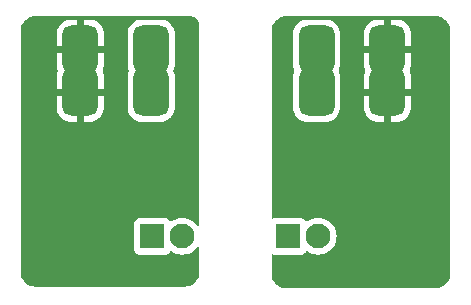
<source format=gbr>
G04 #@! TF.GenerationSoftware,KiCad,Pcbnew,7.0.1*
G04 #@! TF.CreationDate,2023-05-13T21:13:20-04:00*
G04 #@! TF.ProjectId,cm300-board,636d3330-302d-4626-9f61-72642e6b6963,rev?*
G04 #@! TF.SameCoordinates,Original*
G04 #@! TF.FileFunction,Copper,L2,Bot*
G04 #@! TF.FilePolarity,Positive*
%FSLAX46Y46*%
G04 Gerber Fmt 4.6, Leading zero omitted, Abs format (unit mm)*
G04 Created by KiCad (PCBNEW 7.0.1) date 2023-05-13 21:13:20*
%MOMM*%
%LPD*%
G01*
G04 APERTURE LIST*
G04 Aperture macros list*
%AMRoundRect*
0 Rectangle with rounded corners*
0 $1 Rounding radius*
0 $2 $3 $4 $5 $6 $7 $8 $9 X,Y pos of 4 corners*
0 Add a 4 corners polygon primitive as box body*
4,1,4,$2,$3,$4,$5,$6,$7,$8,$9,$2,$3,0*
0 Add four circle primitives for the rounded corners*
1,1,$1+$1,$2,$3*
1,1,$1+$1,$4,$5*
1,1,$1+$1,$6,$7*
1,1,$1+$1,$8,$9*
0 Add four rect primitives between the rounded corners*
20,1,$1+$1,$2,$3,$4,$5,0*
20,1,$1+$1,$4,$5,$6,$7,0*
20,1,$1+$1,$6,$7,$8,$9,0*
20,1,$1+$1,$8,$9,$2,$3,0*%
G04 Aperture macros list end*
G04 #@! TA.AperFunction,ComponentPad*
%ADD10R,2.100000X2.100000*%
G04 #@! TD*
G04 #@! TA.AperFunction,ComponentPad*
%ADD11C,2.100000*%
G04 #@! TD*
G04 #@! TA.AperFunction,ComponentPad*
%ADD12RoundRect,0.750000X0.750000X-1.250000X0.750000X1.250000X-0.750000X1.250000X-0.750000X-1.250000X0*%
G04 #@! TD*
G04 #@! TA.AperFunction,ViaPad*
%ADD13C,0.800000*%
G04 #@! TD*
G04 #@! TA.AperFunction,Conductor*
%ADD14C,0.250000*%
G04 #@! TD*
G04 #@! TA.AperFunction,Conductor*
%ADD15C,1.574800*%
G04 #@! TD*
G04 APERTURE END LIST*
D10*
X-993040000Y1039368000D03*
D11*
X-990500000Y1039368000D03*
D12*
X-999140000Y1055220000D03*
X-999140000Y1051560000D03*
X-993140000Y1055220000D03*
X-993140000Y1051560000D03*
X-979140000Y1055220000D03*
X-979140000Y1051560000D03*
X-973140000Y1055220000D03*
X-973140000Y1051560000D03*
D10*
X-981540000Y1039368000D03*
D11*
X-979000000Y1039368000D03*
D13*
X-1003050000Y1052000000D03*
X-1003300000Y1037550000D03*
X-995550000Y1045850000D03*
X-1003550000Y1046050000D03*
X-969050000Y1051950000D03*
X-976600000Y1045850000D03*
X-968800000Y1037600000D03*
X-968400000Y1046050000D03*
D14*
X-999490000Y1051560000D02*
X-999490000Y1051560000D01*
X-999490000Y1051560000D02*
X-999140000Y1051560000D01*
X-972820000Y1051560000D02*
X-973140000Y1051560000D01*
X-972820000Y1051560000D02*
X-972820000Y1051560000D01*
X-979170000Y1051560000D02*
X-979140000Y1051560000D01*
D15*
X-979140000Y1051060000D02*
X-979140000Y1051560000D01*
G04 #@! TA.AperFunction,Conductor*
G36*
X-989843077Y1057999220D02*
G01*
X-989685869Y1057981506D01*
X-989658798Y1057975328D01*
X-989516078Y1057925388D01*
X-989491061Y1057913340D01*
X-989363036Y1057832897D01*
X-989341327Y1057815584D01*
X-989234415Y1057708672D01*
X-989217103Y1057686965D01*
X-989196781Y1057654622D01*
X-989136659Y1057558938D01*
X-989124611Y1057533921D01*
X-989074671Y1057391201D01*
X-989068493Y1057364132D01*
X-989058375Y1057274332D01*
X-989050780Y1057206923D01*
X-989050000Y1057193039D01*
X-989050000Y1040393796D01*
X-989064413Y1040335773D01*
X-989104302Y1040291238D01*
X-989160393Y1040270545D01*
X-989219647Y1040278504D01*
X-989268290Y1040313264D01*
X-989337071Y1040393796D01*
X-989400241Y1040467759D01*
X-989585821Y1040626259D01*
X-989664887Y1040674711D01*
X-989793911Y1040753778D01*
X-990019384Y1040847171D01*
X-990019388Y1040847172D01*
X-990256698Y1040904146D01*
X-990500000Y1040923294D01*
X-990743302Y1040904146D01*
X-990980612Y1040847172D01*
X-990980613Y1040847171D01*
X-990980615Y1040847171D01*
X-991206085Y1040753779D01*
X-991206087Y1040753778D01*
X-991206089Y1040753777D01*
X-991390860Y1040640548D01*
X-991448567Y1040622479D01*
X-991507962Y1040633853D01*
X-991554914Y1040671966D01*
X-991632453Y1040775545D01*
X-991747668Y1040861795D01*
X-991747669Y1040861796D01*
X-991882517Y1040912091D01*
X-991942127Y1040918500D01*
X-994137872Y1040918499D01*
X-994197483Y1040912091D01*
X-994332331Y1040861796D01*
X-994447546Y1040775546D01*
X-994533796Y1040660331D01*
X-994584091Y1040525483D01*
X-994590500Y1040465873D01*
X-994590499Y1038270128D01*
X-994584091Y1038210517D01*
X-994533796Y1038075669D01*
X-994447546Y1037960454D01*
X-994332331Y1037874204D01*
X-994197483Y1037823909D01*
X-994137873Y1037817500D01*
X-994137869Y1037817500D01*
X-991942130Y1037817500D01*
X-991882515Y1037823909D01*
X-991747669Y1037874204D01*
X-991632451Y1037960456D01*
X-991554913Y1038064033D01*
X-991507962Y1038102146D01*
X-991448567Y1038113520D01*
X-991390857Y1038095449D01*
X-991206088Y1037982221D01*
X-990980615Y1037888828D01*
X-990743303Y1037831854D01*
X-990500000Y1037812706D01*
X-990256696Y1037831854D01*
X-990019384Y1037888828D01*
X-989793911Y1037982221D01*
X-989585822Y1038109740D01*
X-989400241Y1038268241D01*
X-989268290Y1038422736D01*
X-989219647Y1038457496D01*
X-989160393Y1038465455D01*
X-989104302Y1038444762D01*
X-989064413Y1038400227D01*
X-989050000Y1038342204D01*
X-989050000Y1036355412D01*
X-989050472Y1036344605D01*
X-989068044Y1036143750D01*
X-989071796Y1036122464D01*
X-989122578Y1035932944D01*
X-989129964Y1035912651D01*
X-989212889Y1035734819D01*
X-989223683Y1035716123D01*
X-989336226Y1035555393D01*
X-989350109Y1035538849D01*
X-989488849Y1035400109D01*
X-989505393Y1035386226D01*
X-989666123Y1035273683D01*
X-989684819Y1035262889D01*
X-989862651Y1035179964D01*
X-989882944Y1035172578D01*
X-990072464Y1035121797D01*
X-990093747Y1035118044D01*
X-990290216Y1035100855D01*
X-990294605Y1035100472D01*
X-990305412Y1035100000D01*
X-1002944588Y1035100000D01*
X-1002955395Y1035100472D01*
X-1002961912Y1035101042D01*
X-1003156250Y1035118044D01*
X-1003177535Y1035121797D01*
X-1003243839Y1035139563D01*
X-1003367051Y1035172577D01*
X-1003387352Y1035179966D01*
X-1003565175Y1035262886D01*
X-1003583881Y1035273686D01*
X-1003744600Y1035386222D01*
X-1003761156Y1035400115D01*
X-1003899884Y1035538843D01*
X-1003913778Y1035555401D01*
X-1004026309Y1035716112D01*
X-1004037116Y1035734830D01*
X-1004120030Y1035912640D01*
X-1004127423Y1035932952D01*
X-1004178202Y1036122464D01*
X-1004181955Y1036143749D01*
X-1004199528Y1036344604D01*
X-1004200000Y1036355412D01*
X-1004200000Y1051260000D01*
X-1001139999Y1051260000D01*
X-1001139999Y1050245812D01*
X-1001129599Y1050113668D01*
X-1001074622Y1049895481D01*
X-1000981569Y1049690620D01*
X-1000853434Y1049505667D01*
X-1000694332Y1049346565D01*
X-1000509379Y1049218430D01*
X-1000304518Y1049125377D01*
X-1000086332Y1049070400D01*
X-999954188Y1049060000D01*
X-999440000Y1049060000D01*
X-999440000Y1051260000D01*
X-998840000Y1051260000D01*
X-998840000Y1049060001D01*
X-998325812Y1049060001D01*
X-998193668Y1049070400D01*
X-997975481Y1049125377D01*
X-997770620Y1049218430D01*
X-997585667Y1049346565D01*
X-997426565Y1049505667D01*
X-997298430Y1049690620D01*
X-997205377Y1049895481D01*
X-997150400Y1050113667D01*
X-997140000Y1050245812D01*
X-997140000Y1051260000D01*
X-998840000Y1051260000D01*
X-999440000Y1051260000D01*
X-1001139999Y1051260000D01*
X-1004200000Y1051260000D01*
X-1004200000Y1051860000D01*
X-1001140000Y1051860000D01*
X-999440000Y1051860000D01*
X-999440000Y1054920000D01*
X-998840000Y1054920000D01*
X-998840000Y1051860000D01*
X-997140001Y1051860000D01*
X-997140001Y1052874188D01*
X-997140003Y1052874217D01*
X-995140500Y1052874217D01*
X-995140499Y1050245784D01*
X-995130096Y1050113588D01*
X-995130095Y1050113584D01*
X-995130095Y1050113583D01*
X-995075097Y1049895318D01*
X-994982007Y1049690374D01*
X-994853819Y1049505345D01*
X-994694654Y1049346180D01*
X-994509625Y1049217992D01*
X-994304681Y1049124902D01*
X-994086416Y1049069904D01*
X-994020314Y1049064701D01*
X-993954217Y1049059500D01*
X-993954213Y1049059500D01*
X-992325785Y1049059500D01*
X-992193583Y1049069904D01*
X-991975318Y1049124902D01*
X-991770374Y1049217992D01*
X-991585345Y1049346180D01*
X-991426180Y1049505345D01*
X-991297992Y1049690374D01*
X-991204902Y1049895318D01*
X-991149904Y1050113583D01*
X-991139500Y1050245786D01*
X-991139500Y1052874214D01*
X-991149904Y1053006416D01*
X-991204902Y1053224681D01*
X-991256701Y1053338719D01*
X-991267802Y1053390000D01*
X-991256701Y1053441281D01*
X-991204902Y1053555318D01*
X-991149904Y1053773583D01*
X-991139500Y1053905786D01*
X-991139500Y1056534214D01*
X-991149904Y1056666416D01*
X-991204902Y1056884681D01*
X-991297992Y1057089625D01*
X-991426180Y1057274654D01*
X-991585345Y1057433819D01*
X-991770374Y1057562007D01*
X-991975318Y1057655097D01*
X-992193583Y1057710095D01*
X-992193584Y1057710095D01*
X-992193588Y1057710096D01*
X-992325783Y1057720500D01*
X-993954216Y1057720499D01*
X-994086412Y1057710096D01*
X-994086415Y1057710095D01*
X-994086416Y1057710095D01*
X-994304681Y1057655097D01*
X-994304683Y1057655096D01*
X-994509626Y1057562007D01*
X-994694654Y1057433819D01*
X-994853819Y1057274654D01*
X-994982007Y1057089626D01*
X-995075096Y1056884683D01*
X-995130096Y1056666412D01*
X-995140500Y1056534217D01*
X-995140499Y1053905784D01*
X-995130096Y1053773588D01*
X-995130095Y1053773584D01*
X-995130095Y1053773583D01*
X-995075137Y1053555478D01*
X-995075096Y1053555317D01*
X-995023298Y1053441281D01*
X-995012197Y1053390000D01*
X-995023297Y1053338720D01*
X-995075096Y1053224683D01*
X-995130096Y1053006412D01*
X-995140500Y1052874217D01*
X-997140003Y1052874217D01*
X-997150400Y1053006331D01*
X-997205378Y1053224521D01*
X-997257249Y1053338719D01*
X-997268350Y1053390000D01*
X-997257249Y1053441281D01*
X-997205378Y1053555478D01*
X-997150400Y1053773667D01*
X-997140000Y1053905812D01*
X-997140000Y1054920000D01*
X-998840000Y1054920000D01*
X-999440000Y1054920000D01*
X-1001139999Y1054920000D01*
X-1001139999Y1053905812D01*
X-1001129599Y1053773668D01*
X-1001074622Y1053555481D01*
X-1001022749Y1053441282D01*
X-1001011648Y1053390000D01*
X-1001022749Y1053338718D01*
X-1001074622Y1053224518D01*
X-1001129599Y1053006332D01*
X-1001140000Y1052874188D01*
X-1001140000Y1051860000D01*
X-1004200000Y1051860000D01*
X-1004200000Y1055520000D01*
X-1001140000Y1055520000D01*
X-999440000Y1055520000D01*
X-999440000Y1057719999D01*
X-999954188Y1057719999D01*
X-1000086331Y1057709599D01*
X-1000304518Y1057654622D01*
X-1000509379Y1057561569D01*
X-1000694332Y1057433434D01*
X-1000853434Y1057274332D01*
X-1000981569Y1057089379D01*
X-1001074622Y1056884518D01*
X-1001129599Y1056666332D01*
X-1001140000Y1056534188D01*
X-1001140000Y1055520000D01*
X-1004200000Y1055520000D01*
X-1004200000Y1056744588D01*
X-1004199528Y1056755396D01*
X-1004181955Y1056956250D01*
X-1004178202Y1056977535D01*
X-1004127423Y1057167047D01*
X-1004120030Y1057187359D01*
X-1004037116Y1057365169D01*
X-1004026309Y1057383887D01*
X-1003913778Y1057544598D01*
X-1003899884Y1057561156D01*
X-1003761156Y1057699884D01*
X-1003744598Y1057713778D01*
X-1003735712Y1057720000D01*
X-998840000Y1057720000D01*
X-998840000Y1055520000D01*
X-997140001Y1055520000D01*
X-997140001Y1056534188D01*
X-997150400Y1056666331D01*
X-997205377Y1056884518D01*
X-997298430Y1057089379D01*
X-997426565Y1057274332D01*
X-997585667Y1057433434D01*
X-997770620Y1057561569D01*
X-997975481Y1057654622D01*
X-998193667Y1057709599D01*
X-998325812Y1057720000D01*
X-998840000Y1057720000D01*
X-1003735712Y1057720000D01*
X-1003583887Y1057826309D01*
X-1003565169Y1057837116D01*
X-1003387359Y1057920030D01*
X-1003367047Y1057927423D01*
X-1003177535Y1057978202D01*
X-1003156250Y1057981955D01*
X-1002958916Y1057999220D01*
X-1002955394Y1057999528D01*
X-1002944588Y1058000000D01*
X-989856961Y1058000000D01*
X-989843077Y1057999220D01*
G37*
G04 #@! TD.AperFunction*
G04 #@! TA.AperFunction,Conductor*
G36*
X-969044605Y1057999528D02*
G01*
X-969022209Y1057997568D01*
X-968843749Y1057981955D01*
X-968822464Y1057978202D01*
X-968632952Y1057927423D01*
X-968612640Y1057920030D01*
X-968434830Y1057837116D01*
X-968416115Y1057826310D01*
X-968265000Y1057720499D01*
X-968255401Y1057713778D01*
X-968238843Y1057699884D01*
X-968100115Y1057561156D01*
X-968086222Y1057544600D01*
X-967973686Y1057383881D01*
X-967962886Y1057365175D01*
X-967879966Y1057187352D01*
X-967872576Y1057167047D01*
X-967821797Y1056977535D01*
X-967818044Y1056956249D01*
X-967800472Y1056755395D01*
X-967800000Y1056744588D01*
X-967800000Y1036251283D01*
X-967800470Y1036240499D01*
X-967817970Y1036040049D01*
X-967821705Y1036018821D01*
X-967872275Y1035829675D01*
X-967879635Y1035809405D01*
X-967962219Y1035631878D01*
X-967972970Y1035613209D01*
X-968085075Y1035452668D01*
X-968098903Y1035436140D01*
X-968135678Y1035399244D01*
X-968237123Y1035297465D01*
X-968253612Y1035283576D01*
X-968413779Y1035170943D01*
X-968432408Y1035160134D01*
X-968609667Y1035076962D01*
X-968629902Y1035069538D01*
X-968818890Y1035018341D01*
X-968840098Y1035014537D01*
X-969035003Y1034996873D01*
X-969040499Y1034996375D01*
X-969051278Y1034995870D01*
X-981690469Y1034954156D01*
X-981701259Y1034954593D01*
X-981902621Y1034971577D01*
X-981923954Y1034975275D01*
X-982114001Y1035025639D01*
X-982134373Y1035032994D01*
X-982312753Y1035115657D01*
X-982331534Y1035126446D01*
X-982492810Y1035238888D01*
X-982509424Y1035252776D01*
X-982648678Y1035391571D01*
X-982662616Y1035408132D01*
X-982775599Y1035569047D01*
X-982786447Y1035587790D01*
X-982869698Y1035765896D01*
X-982877121Y1035786245D01*
X-982928110Y1035976121D01*
X-982931879Y1035997450D01*
X-982949526Y1036198726D01*
X-982950000Y1036209556D01*
X-982950000Y1037739499D01*
X-982935876Y1037796974D01*
X-982896720Y1037841355D01*
X-982841453Y1037862532D01*
X-982782669Y1037855681D01*
X-982697483Y1037823909D01*
X-982637873Y1037817500D01*
X-982637869Y1037817500D01*
X-980442130Y1037817500D01*
X-980382515Y1037823909D01*
X-980247669Y1037874204D01*
X-980132451Y1037960456D01*
X-980054913Y1038064033D01*
X-980007962Y1038102146D01*
X-979948567Y1038113520D01*
X-979890857Y1038095449D01*
X-979706088Y1037982221D01*
X-979480615Y1037888828D01*
X-979243303Y1037831854D01*
X-979000000Y1037812706D01*
X-978756696Y1037831854D01*
X-978519384Y1037888828D01*
X-978293911Y1037982221D01*
X-978085822Y1038109740D01*
X-977900241Y1038268241D01*
X-977741740Y1038453822D01*
X-977614221Y1038661911D01*
X-977520828Y1038887384D01*
X-977463854Y1039124696D01*
X-977461250Y1039157784D01*
X-977444706Y1039368000D01*
X-977463854Y1039611302D01*
X-977463854Y1039611303D01*
X-977520828Y1039848615D01*
X-977614221Y1040074088D01*
X-977741740Y1040282177D01*
X-977741741Y1040282179D01*
X-977900241Y1040467759D01*
X-978085821Y1040626259D01*
X-978164887Y1040674711D01*
X-978293911Y1040753778D01*
X-978519384Y1040847171D01*
X-978519388Y1040847172D01*
X-978756698Y1040904146D01*
X-979000000Y1040923294D01*
X-979243302Y1040904146D01*
X-979480612Y1040847172D01*
X-979480613Y1040847171D01*
X-979480615Y1040847171D01*
X-979706085Y1040753779D01*
X-979706087Y1040753778D01*
X-979706089Y1040753777D01*
X-979890860Y1040640548D01*
X-979948567Y1040622479D01*
X-980007962Y1040633853D01*
X-980054914Y1040671966D01*
X-980132453Y1040775545D01*
X-980247668Y1040861795D01*
X-980247669Y1040861796D01*
X-980382517Y1040912091D01*
X-980442127Y1040918500D01*
X-982637872Y1040918499D01*
X-982697483Y1040912091D01*
X-982782669Y1040880318D01*
X-982841453Y1040873468D01*
X-982896720Y1040894645D01*
X-982935876Y1040939026D01*
X-982950000Y1040996501D01*
X-982950000Y1052874217D01*
X-981140500Y1052874217D01*
X-981140499Y1050245784D01*
X-981130096Y1050113588D01*
X-981130095Y1050113584D01*
X-981130095Y1050113583D01*
X-981075097Y1049895318D01*
X-980982007Y1049690374D01*
X-980853819Y1049505345D01*
X-980694654Y1049346180D01*
X-980509625Y1049217992D01*
X-980304681Y1049124902D01*
X-980086416Y1049069904D01*
X-980020314Y1049064701D01*
X-979954217Y1049059500D01*
X-979954213Y1049059500D01*
X-978325785Y1049059500D01*
X-978193583Y1049069904D01*
X-977975318Y1049124902D01*
X-977770374Y1049217992D01*
X-977585345Y1049346180D01*
X-977426180Y1049505345D01*
X-977297992Y1049690374D01*
X-977204902Y1049895318D01*
X-977149904Y1050113583D01*
X-977139500Y1050245786D01*
X-977139500Y1051260000D01*
X-975139999Y1051260000D01*
X-975139999Y1050245812D01*
X-975129599Y1050113668D01*
X-975074622Y1049895481D01*
X-974981569Y1049690620D01*
X-974853434Y1049505667D01*
X-974694332Y1049346565D01*
X-974509379Y1049218430D01*
X-974304518Y1049125377D01*
X-974086332Y1049070400D01*
X-973954188Y1049060000D01*
X-973440000Y1049060000D01*
X-973440000Y1051260000D01*
X-972840000Y1051260000D01*
X-972840000Y1049060001D01*
X-972325812Y1049060001D01*
X-972193668Y1049070400D01*
X-971975481Y1049125377D01*
X-971770620Y1049218430D01*
X-971585667Y1049346565D01*
X-971426565Y1049505667D01*
X-971298430Y1049690620D01*
X-971205377Y1049895481D01*
X-971150400Y1050113667D01*
X-971140000Y1050245812D01*
X-971140000Y1051260000D01*
X-972840000Y1051260000D01*
X-973440000Y1051260000D01*
X-975139999Y1051260000D01*
X-977139500Y1051260000D01*
X-977139500Y1051860000D01*
X-975140000Y1051860000D01*
X-973440000Y1051860000D01*
X-973440000Y1054920000D01*
X-972840000Y1054920000D01*
X-972840000Y1051860000D01*
X-971140001Y1051860000D01*
X-971140001Y1052874188D01*
X-971150400Y1053006331D01*
X-971205378Y1053224521D01*
X-971257249Y1053338719D01*
X-971268350Y1053390000D01*
X-971257249Y1053441281D01*
X-971205378Y1053555478D01*
X-971150400Y1053773667D01*
X-971140000Y1053905812D01*
X-971140000Y1054920000D01*
X-972840000Y1054920000D01*
X-973440000Y1054920000D01*
X-975139999Y1054920000D01*
X-975139999Y1053905812D01*
X-975129599Y1053773668D01*
X-975074622Y1053555481D01*
X-975022749Y1053441282D01*
X-975011648Y1053390000D01*
X-975022749Y1053338718D01*
X-975074622Y1053224518D01*
X-975129599Y1053006332D01*
X-975140000Y1052874188D01*
X-975140000Y1051860000D01*
X-977139500Y1051860000D01*
X-977139500Y1052874214D01*
X-977149904Y1053006416D01*
X-977204902Y1053224681D01*
X-977256701Y1053338719D01*
X-977267802Y1053390000D01*
X-977256701Y1053441281D01*
X-977204902Y1053555318D01*
X-977149904Y1053773583D01*
X-977139500Y1053905786D01*
X-977139500Y1055520000D01*
X-975140000Y1055520000D01*
X-973440000Y1055520000D01*
X-973440000Y1057719999D01*
X-973954188Y1057719999D01*
X-974086331Y1057709599D01*
X-974304518Y1057654622D01*
X-974509379Y1057561569D01*
X-974694332Y1057433434D01*
X-974853434Y1057274332D01*
X-974981569Y1057089379D01*
X-975074622Y1056884518D01*
X-975129599Y1056666332D01*
X-975140000Y1056534188D01*
X-975140000Y1055520000D01*
X-977139500Y1055520000D01*
X-977139500Y1056534214D01*
X-977149904Y1056666416D01*
X-977204902Y1056884681D01*
X-977297992Y1057089625D01*
X-977426180Y1057274654D01*
X-977585345Y1057433819D01*
X-977770374Y1057562007D01*
X-977975318Y1057655097D01*
X-978193583Y1057710095D01*
X-978193584Y1057710095D01*
X-978193588Y1057710096D01*
X-978319430Y1057720000D01*
X-972840000Y1057720000D01*
X-972840000Y1055520000D01*
X-971140001Y1055520000D01*
X-971140001Y1056534188D01*
X-971150400Y1056666331D01*
X-971205377Y1056884518D01*
X-971298430Y1057089379D01*
X-971426565Y1057274332D01*
X-971585667Y1057433434D01*
X-971770620Y1057561569D01*
X-971975481Y1057654622D01*
X-972193667Y1057709599D01*
X-972325812Y1057720000D01*
X-972840000Y1057720000D01*
X-978319430Y1057720000D01*
X-978325783Y1057720500D01*
X-979954216Y1057720499D01*
X-980086412Y1057710096D01*
X-980086415Y1057710095D01*
X-980086416Y1057710095D01*
X-980304681Y1057655097D01*
X-980304683Y1057655096D01*
X-980509626Y1057562007D01*
X-980694654Y1057433819D01*
X-980853819Y1057274654D01*
X-980982007Y1057089626D01*
X-981075096Y1056884683D01*
X-981130096Y1056666412D01*
X-981140500Y1056534217D01*
X-981140499Y1053905784D01*
X-981130096Y1053773588D01*
X-981130095Y1053773584D01*
X-981130095Y1053773583D01*
X-981075137Y1053555478D01*
X-981075096Y1053555317D01*
X-981023298Y1053441281D01*
X-981012197Y1053390000D01*
X-981023297Y1053338720D01*
X-981075096Y1053224683D01*
X-981130096Y1053006412D01*
X-981140500Y1052874217D01*
X-982950000Y1052874217D01*
X-982950000Y1056744588D01*
X-982949528Y1056755396D01*
X-982931955Y1056956250D01*
X-982928202Y1056977535D01*
X-982877423Y1057167047D01*
X-982870030Y1057187359D01*
X-982787116Y1057365169D01*
X-982776309Y1057383887D01*
X-982663778Y1057544598D01*
X-982649884Y1057561156D01*
X-982511156Y1057699884D01*
X-982494598Y1057713778D01*
X-982333887Y1057826309D01*
X-982315169Y1057837116D01*
X-982137359Y1057920030D01*
X-982117047Y1057927423D01*
X-981927535Y1057978202D01*
X-981906250Y1057981955D01*
X-981725400Y1057997777D01*
X-981705394Y1057999528D01*
X-981694588Y1058000000D01*
X-969055412Y1058000000D01*
X-969044605Y1057999528D01*
G37*
G04 #@! TD.AperFunction*
M02*

</source>
